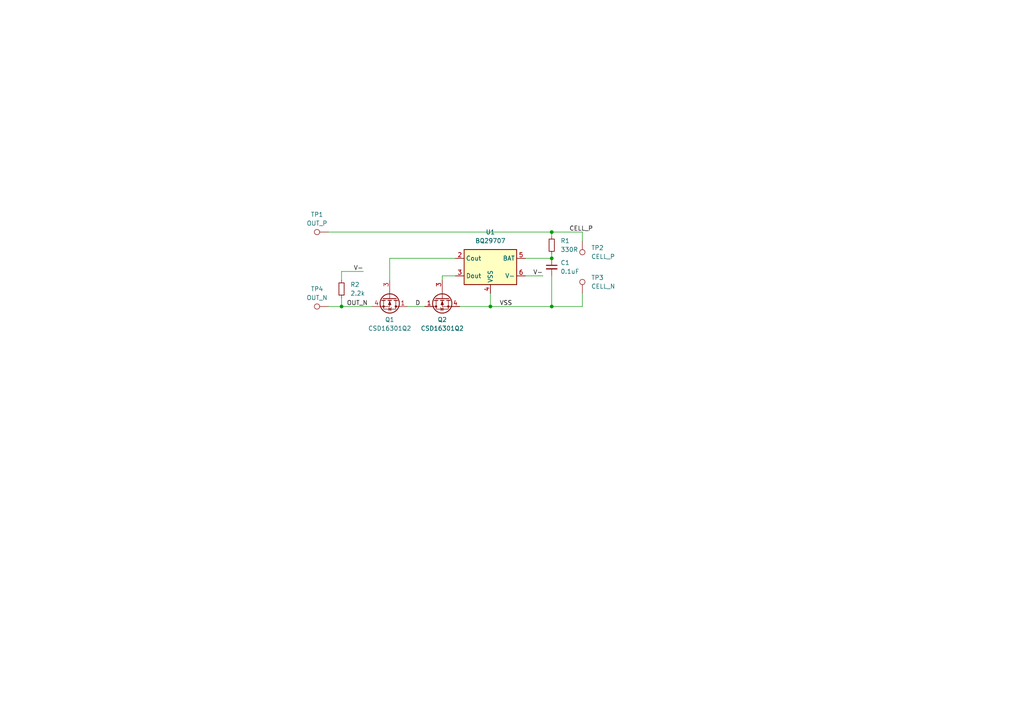
<source format=kicad_sch>
(kicad_sch (version 20240417) (generator "eeschema") (generator_version "8.99")
  (paper "A4")
  (lib_symbols
    (symbol "Battery_Management:BQ297xy"
      (property "Reference" "U" (at -6.35 6.35 0))
      (property "Value" "BQ297xy" (at 5.08 -6.35 0))
      (symbol "BQ297xy_0_1"
        (rectangle (start -7.62 5.08) (end 7.62 -5.08) (stroke (width 0.254)) (fill (type background)))
      )
      (symbol "BQ297xy_1_1"
        (pin no_connect line (at 7.62 0 180) (length 2.54) hide (name "NC") (number "1"))
        (pin output line (at 10.16 2.54 180) (length 2.54) (name "Cout") (number "2"))
        (pin output line (at 10.16 -2.54 180) (length 2.54) (name "Dout") (number "3"))
        (pin power_in line (at 0 -7.62 90) (length 2.54) (name "VSS") (number "4"))
        (pin input line (at -10.16 2.54 0) (length 2.54) (name "BAT") (number "5"))
        (pin input line (at -10.16 -2.54 0) (length 2.54) (name "V-") (number "6"))
      )
    )
    (symbol "Connector:TestPoint" (pin_numbers hide) (pin_names (offset 0.762) hide)
      (property "Reference" "TP" (at 0 6.858 0))
      (property "Value" "TestPoint" (at 0 5.08 0))
      (symbol "TestPoint_0_1"
        (circle (center 0 3.302) (radius 0.762))
      )
      (symbol "TestPoint_1_1"
        (pin passive line (at 0 0 90) (length 2.54) (name "1") (number "1"))
      )
    )
    (symbol "Device:C_Small" (pin_numbers hide) (pin_names (offset 0.254) hide)
      (property "Reference" "C" (at 0.254 1.778 0))
      (property "Value" "C_Small" (at 0.254 -2.032 0))
      (symbol "C_Small_0_1"
        (polyline (pts (xy -1.524 0.508) (xy 1.524 0.508)) (stroke (width 0.3048)))
        (polyline (pts (xy -1.524 -0.508) (xy 1.524 -0.508)) (stroke (width 0.3302)))
      )
      (symbol "C_Small_1_1"
        (pin passive line (at 0 2.54 270) (length 2.032) (name "~") (number "1"))
        (pin passive line (at 0 -2.54 90) (length 2.032) (name "~") (number "2"))
      )
    )
    (symbol "Device:R_Small" (pin_numbers hide) (pin_names (offset 0.254) hide)
      (property "Reference" "R" (at 0.762 0.508 0))
      (property "Value" "R_Small" (at 0.762 -1.016 0))
      (symbol "R_Small_0_1"
        (rectangle (start -0.762 1.778) (end 0.762 -1.778) (stroke (width 0.2032)))
      )
      (symbol "R_Small_1_1"
        (pin passive line (at 0 2.54 270) (length 0.762) (name "~") (number "1"))
        (pin passive line (at 0 -2.54 90) (length 0.762) (name "~") (number "2"))
      )
    )
    (symbol "Transistor_FET:CSD16301Q2" (pin_names hide)
      (property "Reference" "Q" (at 5.08 1.905 0))
      (property "Value" "CSD16301Q2" (at 5.08 0 0))
      (symbol "CSD16301Q2_0_1"
        (polyline (pts (xy 0.254 1.905) (xy 0.254 -1.905)) (stroke (width 0.254)))
        (polyline (pts (xy 0.254 0) (xy -2.54 0)))
        (polyline (pts (xy 0.762 2.286) (xy 0.762 1.27)) (stroke (width 0.254)))
        (polyline (pts (xy 0.762 0.508) (xy 0.762 -0.508)) (stroke (width 0.254)))
        (polyline (pts (xy 0.762 -1.27) (xy 0.762 -2.286)) (stroke (width 0.254)))
        (polyline (pts (xy 0.762 -1.778) (xy 3.302 -1.778) (xy 3.302 1.778) (xy 0.762 1.778)))
        (polyline (pts (xy 1.016 0) (xy 2.032 0.381) (xy 2.032 -0.381) (xy 1.016 0)) (fill (type outline)))
        (circle (center 1.651 0) (radius 2.794) (stroke (width 0.254)))
        (polyline (pts (xy 2.54 2.54) (xy 2.54 1.778)))
        (circle (center 2.54 1.778) (radius 0.254) (fill (type outline)))
        (circle (center 2.54 -1.778) (radius 0.254) (fill (type outline)))
        (polyline (pts (xy 2.54 -2.54) (xy 2.54 0) (xy 0.762 0)))
        (polyline (pts (xy 2.794 0.508) (xy 2.921 0.381) (xy 3.683 0.381) (xy 3.81 0.254)))
        (polyline (pts (xy 3.302 0.381) (xy 2.921 -0.254) (xy 3.683 -0.254) (xy 3.302 0.381)))
      )
      (symbol "CSD16301Q2_1_1"
        (pin passive line (at 2.54 5.08 270) (length 2.54) (name "D") (number "1"))
        (pin passive line (at 2.54 5.08 270) (length 2.54) hide (name "D") (number "2"))
        (pin passive line (at -5.08 0 0) (length 2.54) (name "G") (number "3"))
        (pin passive line (at 2.54 -5.08 90) (length 2.54) (name "S") (number "4"))
        (pin passive line (at 2.54 5.08 270) (length 2.54) hide (name "D") (number "5"))
        (pin passive line (at 2.54 5.08 270) (length 2.54) hide (name "D") (number "6"))
        (pin passive line (at 2.54 -5.08 90) (length 2.54) hide (name "S") (number "7"))
        (pin passive line (at 2.54 5.08 270) (length 2.54) hide (name "D") (number "8"))
      )
    )
  )
  (junction (at 160.02 88.9))
  (junction (at 142.24 88.9))
  (junction (at 99.06 88.9))
  (junction (at 160.02 74.93))
  (junction (at 160.02 67.31))
  (wire (pts (xy 128.27 80.01) (xy 128.27 81.28)))
  (wire (pts (xy 142.24 85.09) (xy 142.24 88.9)))
  (wire (pts (xy 99.06 88.9) (xy 107.95 88.9)))
  (wire (pts (xy 168.91 69.85) (xy 168.91 67.31)))
  (wire (pts (xy 99.06 78.74) (xy 99.06 81.28)))
  (wire (pts (xy 142.24 88.9) (xy 133.35 88.9)))
  (wire (pts (xy 99.06 86.36) (xy 99.06 88.9)))
  (wire (pts (xy 152.4 74.93) (xy 160.02 74.93)))
  (wire (pts (xy 168.91 88.9) (xy 160.02 88.9)))
  (wire (pts (xy 160.02 80.01) (xy 160.02 88.9)))
  (wire (pts (xy 132.08 74.93) (xy 113.03 74.93)))
  (wire (pts (xy 168.91 85.09) (xy 168.91 88.9)))
  (wire (pts (xy 160.02 88.9) (xy 142.24 88.9)))
  (wire (pts (xy 160.02 73.66) (xy 160.02 74.93)))
  (wire (pts (xy 132.08 80.01) (xy 128.27 80.01)))
  (wire (pts (xy 105.41 78.74) (xy 99.06 78.74)))
  (wire (pts (xy 95.25 67.31) (xy 160.02 67.31)))
  (wire (pts (xy 113.03 74.93) (xy 113.03 81.28)))
  (wire (pts (xy 160.02 68.58) (xy 160.02 67.31)))
  (wire (pts (xy 168.91 67.31) (xy 160.02 67.31)))
  (wire (pts (xy 157.48 80.01) (xy 152.4 80.01)))
  (wire (pts (xy 123.19 88.9) (xy 118.11 88.9)))
  (wire (pts (xy 95.25 88.9) (xy 99.06 88.9)))
  (label "V-" (at 105.41 78.74 180))
  (label "D" (at 121.92 88.9 180))
  (label "OUT_N" (at 106.68 88.9 180))
  (label "V-" (at 157.48 80.01 180))
  (label "CELL_P" (at 165.1 67.31 0))
  (label "VSS" (at 148.59 88.9 180))
  (symbol (lib_id "Transistor_FET:CSD16301Q2") (at 113.03 86.36 270) (unit 1)
    (property "Reference" "Q1" (at 113.03 92.71 90))
    (property "Value" "CSD16301Q2" (at 113.03 95.25 90))
    (property "Footprint" "Package_SON:Texas_DQK" (effects (hide yes)))
    (property "Datasheet" "http://www.ti.com/lit/ds/symlink/csd16301q2.pdf" (effects (hide yes)))
    (property "Description" "5A Id, 25V Vds, NexFET N-Channel Power MOSFET, 19mOhm Ron, SON-6" (effects (hide yes)))
    (property "LCSC" "C140340" (effects (hide yes)))
  )
  (symbol (lib_id "Connector:TestPoint") (at 168.91 69.85 180) (unit 1)
    (property "Reference" "TP2" (at 171.45 71.8819 0) (effects (justify right)))
    (property "Value" "CELL_P" (at 171.45 74.4219 0) (effects (justify right)))
    (property "Footprint" "TestPoint:TestPoint_Pad_4.0x4.0mm" (effects (hide yes)))
    (property "Description" "test point" (effects (hide yes)))
  )
  (symbol (lib_id "Connector:TestPoint") (at 95.25 88.9 90) (unit 1)
    (property "Reference" "TP4" (at 91.948 83.82 90))
    (property "Value" "OUT_N" (at 91.948 86.36 90))
    (property "Footprint" "TestPoint:TestPoint_Pad_4.0x4.0mm" (effects (hide yes)))
    (property "Description" "test point" (effects (hide yes)))
  )
  (symbol (lib_id "Device:R_Small") (at 160.02 71.12 0) (unit 1)
    (property "Reference" "R1" (at 162.56 69.8499 0) (effects (justify left)))
    (property "Value" "330R" (at 162.56 72.3899 0) (effects (justify left)))
    (property "Footprint" "Resistor_SMD:R_0402_1005Metric" (effects (hide yes)))
    (property "Description" "Resistor, small symbol" (effects (hide yes)))
    (property "LCSC" "C25104" (effects (hide yes)))
  )
  (symbol (lib_id "Device:R_Small") (at 99.06 83.82 0) (unit 1)
    (property "Reference" "R2" (at 101.6 82.5499 0) (effects (justify left)))
    (property "Value" "2.2k" (at 101.6 85.0899 0) (effects (justify left)))
    (property "Footprint" "Resistor_SMD:R_0402_1005Metric" (effects (hide yes)))
    (property "Description" "Resistor, small symbol" (effects (hide yes)))
    (property "LCSC" "C25879" (effects (hide yes)))
  )
  (symbol (lib_id "Device:C_Small") (at 160.02 77.47 0) (unit 1)
    (property "Reference" "C1" (at 162.56 76.2062 0) (effects (justify left)))
    (property "Value" "0.1uF" (at 162.56 78.7462 0) (effects (justify left)))
    (property "Footprint" "Capacitor_SMD:C_0402_1005Metric" (effects (hide yes)))
    (property "Description" "Unpolarized capacitor, small symbol" (effects (hide yes)))
    (property "LCSC" "C307331" (effects (hide yes)))
  )
  (symbol (lib_id "Connector:TestPoint") (at 168.91 85.09 0) (unit 1)
    (property "Reference" "TP3" (at 171.45 80.5179 0) (effects (justify left)))
    (property "Value" "CELL_N" (at 171.45 83.0579 0) (effects (justify left)))
    (property "Footprint" "TestPoint:TestPoint_Pad_4.0x4.0mm" (effects (hide yes)))
    (property "Description" "test point" (effects (hide yes)))
  )
  (symbol (lib_id "Connector:TestPoint") (at 95.25 67.31 90) (unit 1)
    (property "Reference" "TP1" (at 91.948 62.23 90))
    (property "Value" "OUT_P" (at 91.948 64.77 90))
    (property "Footprint" "TestPoint:TestPoint_Pad_4.0x4.0mm" (effects (hide yes)))
    (property "Description" "test point" (effects (hide yes)))
  )
  (symbol (lib_id "Transistor_FET:CSD16301Q2") (at 128.27 86.36 90) (mirror x) (unit 1)
    (property "Reference" "Q2" (at 128.27 92.71 90))
    (property "Value" "CSD16301Q2" (at 128.27 95.25 90))
    (property "Footprint" "Package_SON:Texas_DQK" (effects (hide yes)))
    (property "Datasheet" "http://www.ti.com/lit/ds/symlink/csd16301q2.pdf" (effects (hide yes)))
    (property "Description" "5A Id, 25V Vds, NexFET N-Channel Power MOSFET, 19mOhm Ron, SON-6" (effects (hide yes)))
    (property "LCSC" "C140340" (effects (hide yes)))
  )
  (symbol (lib_id "Battery_Management:BQ297xy") (at 142.24 77.47 0) (mirror y) (unit 1)
    (property "Reference" "U1" (at 142.24 67.31 0))
    (property "Value" "BQ29707" (at 142.24 69.85 0))
    (property "Footprint" "Package_SON:WSON-6_1.5x1.5mm_P0.5mm" (effects (hide yes)))
    (property "Datasheet" "http://www.ti.com/lit/ds/symlink/bq2970.pdf" (effects (hide yes)))
    (property "Description" "Voltage and Current Protection for Single-Cell Li-Ion and Li-Polymer Batteries" (effects (hide yes)))
    (property "LCSC" "C2864878" (effects (hide yes)))
  )
)
</source>
